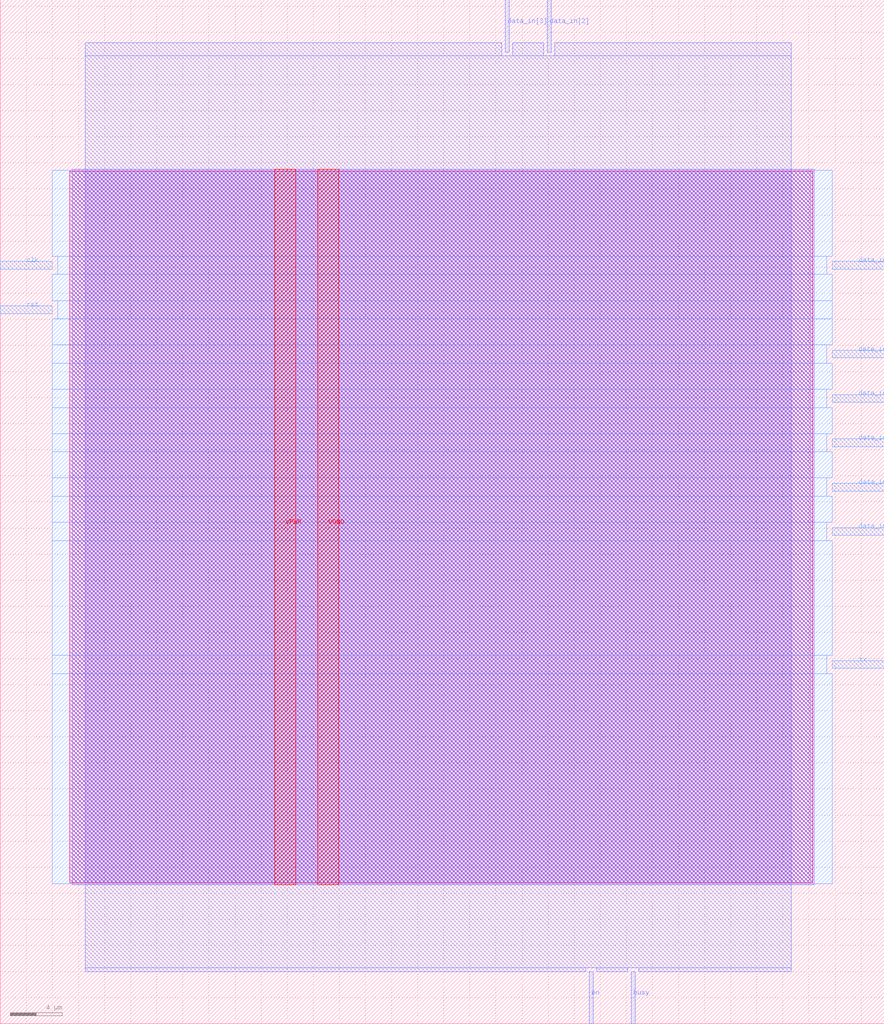
<source format=lef>
VERSION 5.7 ;
  NOWIREEXTENSIONATPIN ON ;
  DIVIDERCHAR "/" ;
  BUSBITCHARS "[]" ;
MACRO top
  CLASS BLOCK ;
  FOREIGN top ;
  ORIGIN 0.000 0.000 ;
  SIZE 67.770 BY 78.490 ;
  PIN VGND
    DIRECTION INOUT ;
    USE GROUND ;
    PORT
      LAYER met4 ;
        RECT 24.340 10.640 25.940 65.520 ;
    END
  END VGND
  PIN VPWR
    DIRECTION INOUT ;
    USE POWER ;
    PORT
      LAYER met4 ;
        RECT 21.040 10.640 22.640 65.520 ;
    END
  END VPWR
  PIN busy
    DIRECTION OUTPUT ;
    USE SIGNAL ;
    ANTENNADIFFAREA 0.445500 ;
    PORT
      LAYER met2 ;
        RECT 48.390 0.000 48.670 4.000 ;
    END
  END busy
  PIN clk
    DIRECTION INPUT ;
    USE SIGNAL ;
    ANTENNAGATEAREA 0.852000 ;
    PORT
      LAYER met3 ;
        RECT 0.000 57.840 4.000 58.440 ;
    END
  END clk
  PIN data_in[0]
    DIRECTION INPUT ;
    USE SIGNAL ;
    ANTENNAGATEAREA 0.196500 ;
    PORT
      LAYER met3 ;
        RECT 63.770 37.440 67.770 38.040 ;
    END
  END data_in[0]
  PIN data_in[1]
    DIRECTION INPUT ;
    USE SIGNAL ;
    ANTENNAGATEAREA 0.196500 ;
    PORT
      LAYER met3 ;
        RECT 63.770 47.640 67.770 48.240 ;
    END
  END data_in[1]
  PIN data_in[2]
    DIRECTION INPUT ;
    USE SIGNAL ;
    ANTENNAGATEAREA 0.196500 ;
    PORT
      LAYER met2 ;
        RECT 41.950 74.490 42.230 78.490 ;
    END
  END data_in[2]
  PIN data_in[3]
    DIRECTION INPUT ;
    USE SIGNAL ;
    ANTENNAGATEAREA 0.196500 ;
    PORT
      LAYER met2 ;
        RECT 38.730 74.490 39.010 78.490 ;
    END
  END data_in[3]
  PIN data_in[4]
    DIRECTION INPUT ;
    USE SIGNAL ;
    ANTENNAGATEAREA 0.196500 ;
    PORT
      LAYER met3 ;
        RECT 63.770 44.240 67.770 44.840 ;
    END
  END data_in[4]
  PIN data_in[5]
    DIRECTION INPUT ;
    USE SIGNAL ;
    ANTENNAGATEAREA 0.196500 ;
    PORT
      LAYER met3 ;
        RECT 63.770 40.840 67.770 41.440 ;
    END
  END data_in[5]
  PIN data_in[6]
    DIRECTION INPUT ;
    USE SIGNAL ;
    ANTENNAGATEAREA 0.196500 ;
    PORT
      LAYER met3 ;
        RECT 63.770 57.840 67.770 58.440 ;
    END
  END data_in[6]
  PIN data_in[7]
    DIRECTION INPUT ;
    USE SIGNAL ;
    ANTENNAGATEAREA 0.196500 ;
    PORT
      LAYER met3 ;
        RECT 63.770 51.040 67.770 51.640 ;
    END
  END data_in[7]
  PIN en
    DIRECTION INPUT ;
    USE SIGNAL ;
    ANTENNAGATEAREA 0.126000 ;
    PORT
      LAYER met2 ;
        RECT 45.170 0.000 45.450 4.000 ;
    END
  END en
  PIN rst
    DIRECTION INPUT ;
    USE SIGNAL ;
    ANTENNAGATEAREA 0.196500 ;
    PORT
      LAYER met3 ;
        RECT 0.000 54.440 4.000 55.040 ;
    END
  END rst
  PIN tx
    DIRECTION OUTPUT ;
    USE SIGNAL ;
    ANTENNADIFFAREA 0.445500 ;
    PORT
      LAYER met3 ;
        RECT 63.770 27.240 67.770 27.840 ;
    END
  END tx
  OBS
      LAYER nwell ;
        RECT 5.330 10.795 62.290 65.365 ;
      LAYER li1 ;
        RECT 5.520 10.795 62.100 65.365 ;
      LAYER met1 ;
        RECT 5.520 10.640 62.400 65.520 ;
      LAYER met2 ;
        RECT 6.530 74.210 38.450 75.210 ;
        RECT 39.290 74.210 41.670 75.210 ;
        RECT 42.510 74.210 60.630 75.210 ;
        RECT 6.530 4.280 60.630 74.210 ;
        RECT 6.530 4.000 44.890 4.280 ;
        RECT 45.730 4.000 48.110 4.280 ;
        RECT 48.950 4.000 60.630 4.280 ;
      LAYER met3 ;
        RECT 4.000 58.840 63.770 65.445 ;
        RECT 4.400 57.440 63.370 58.840 ;
        RECT 4.000 55.440 63.770 57.440 ;
        RECT 4.400 54.040 63.770 55.440 ;
        RECT 4.000 52.040 63.770 54.040 ;
        RECT 4.000 50.640 63.370 52.040 ;
        RECT 4.000 48.640 63.770 50.640 ;
        RECT 4.000 47.240 63.370 48.640 ;
        RECT 4.000 45.240 63.770 47.240 ;
        RECT 4.000 43.840 63.370 45.240 ;
        RECT 4.000 41.840 63.770 43.840 ;
        RECT 4.000 40.440 63.370 41.840 ;
        RECT 4.000 38.440 63.770 40.440 ;
        RECT 4.000 37.040 63.370 38.440 ;
        RECT 4.000 28.240 63.770 37.040 ;
        RECT 4.000 26.840 63.370 28.240 ;
        RECT 4.000 10.715 63.770 26.840 ;
  END
END top
END LIBRARY


</source>
